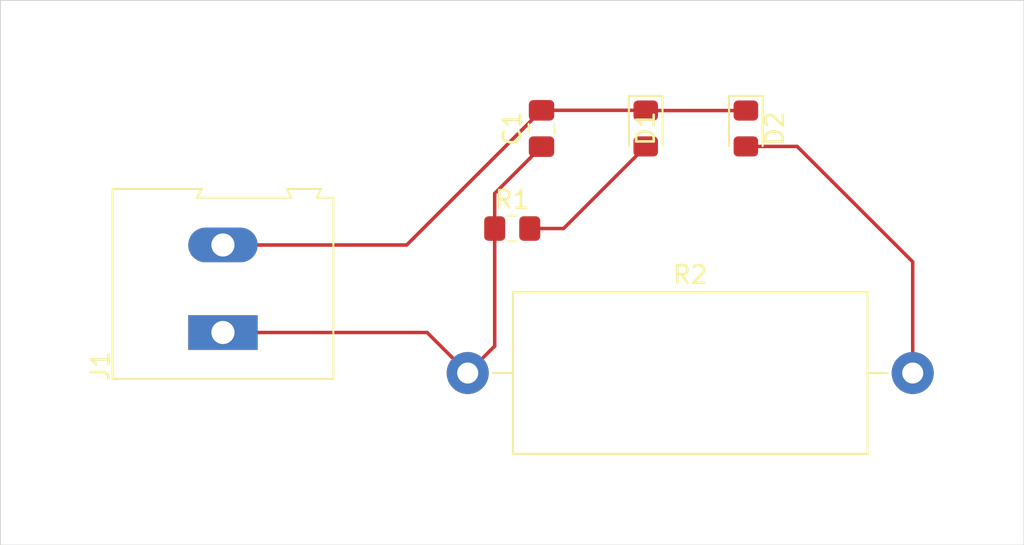
<source format=kicad_pcb>
(kicad_pcb (version 20240108) (generator "pcbnew") (generator_version "8.0")
  (layers (0 "F.Cu" signal) (31 "B.Cu" signal) (34 "B.Paste" user) (35 "F.Paste" user) (36 "B.SilkS" user "B.Silkscreen") (37 "F.SilkS" user "F.Silkscreen") (38 "B.Mask" user) (39 "F.Mask" user) (44 "Edge.Cuts" user))
  (net 0 "")
  (net 1 "GND")
  (net 2 "VCC")
  (net 3 "Net-(D1-A)")
  (net 4 "Net-(D2-A)")
  (footprint "Resistor_THT:R_Axial_DIN0922_L20.0mm_D9.0mm_P25.40mm_Horizontal" (layer "F.Cu") (at 43.815 53.67)
    (property "Reference" "R2" (at 12.7 -5.62 360) (layer "F.SilkS"))
    (property "Value" "220")
    (fp_line (start 1.44 0) (end 2.58 0) (stroke (width 0.12)) (layer "F.SilkS"))
    (fp_line (start 2.58 -4.62) (end 2.58 4.62) (stroke (width 0.12)) (layer "F.SilkS"))
    (fp_line (start 2.58 4.62) (end 22.82 4.62) (stroke (width 0.12)) (layer "F.SilkS"))
    (fp_line (start 22.82 -4.62) (end 2.58 -4.62) (stroke (width 0.12)) (layer "F.SilkS"))
    (fp_line (start 22.82 4.62) (end 22.82 -4.62) (stroke (width 0.12)) (layer "F.SilkS"))
    (fp_line (start 23.96 0) (end 22.82 0) (stroke (width 0.12)) (layer "F.SilkS"))
    (pad "1" thru_hole circle (at 0 0) (size 2.4 2.4) (drill 1.2) (layers "*.Cu" "*.Mask") (net 2 "VCC"))
    (pad "2" thru_hole oval (at 25.4 0) (size 2.4 2.4) (drill 1.2) (layers "*.Cu" "*.Mask") (net 4 "Net-(D2-A)"))
  )
  (footprint "LED_SMD:LED_0805_2012Metric_Pad1.15x1.40mm_HandSolder" (layer "F.Cu") (at 59.69 39.7 -90)
    (property "Reference" "D2" (at 0 -1.65 90) (layer "F.SilkS"))
    (property "Value" "LED Blue")
    (fp_line (start -1.86 0.96) (end 1 0.96) (stroke (width 0.12)) (layer "F.SilkS"))
    (fp_line (start -1.86 -0.96) (end -1.86 0.96) (stroke (width 0.12)) (layer "F.SilkS"))
    (fp_line (start 1 -0.96) (end -1.86 -0.96) (stroke (width 0.12)) (layer "F.SilkS"))
    (pad "1" smd roundrect (at -1.025 0 270) (size 1.15 1.4) (layers "F.Cu" "F.Paste" "F.Mask") (roundrect_rratio 0.217391) (net 1 "GND"))
    (pad "2" smd roundrect (at 1.025 0 270) (size 1.15 1.4) (layers "F.Cu" "F.Paste" "F.Mask") (roundrect_rratio 0.217391) (net 4 "Net-(D2-A)"))
  )
  (footprint "TerminalBlock:TerminalBlock_Altech_AK300-2_P5.00mm" (layer "F.Cu") (at 29.845 51.355 90)
    (property "Reference" "J1" (at -1.92 -6.99 90) (layer "F.SilkS"))
    (property "Value" "Screw_Terminal_01x02")
    (fp_line (start 8.2 -6.3) (end -2.65 -6.3) (stroke (width 0.12)) (layer "F.SilkS"))
    (fp_line (start -2.65 -6.3) (end -2.65 6.3) (stroke (width 0.12)) (layer "F.SilkS"))
    (fp_line (start 7.7 -1.5) (end 8.2 -1.2) (stroke (width 0.12)) (layer "F.SilkS"))
    (fp_line (start 8.2 -1.2) (end 8.2 -6.3) (stroke (width 0.12)) (layer "F.SilkS"))
    (fp_line (start 8.2 3.65) (end 7.7 3.9) (stroke (width 0.12)) (layer "F.SilkS"))
    (fp_line (start 8.2 3.7) (end 8.2 3.65) (stroke (width 0.12)) (layer "F.SilkS"))
    (fp_line (start 7.7 3.9) (end 7.7 -1.5) (stroke (width 0.12)) (layer "F.SilkS"))
    (fp_line (start 7.7 5.35) (end 8.2 5.6) (stroke (width 0.12)) (layer "F.SilkS"))
    (fp_line (start 8.2 5.6) (end 8.2 3.7) (stroke (width 0.12)) (layer "F.SilkS"))
    (fp_line (start 7.7 6.3) (end 7.7 5.35) (stroke (width 0.12)) (layer "F.SilkS"))
    (fp_line (start -2.65 6.3) (end 7.7 6.3) (stroke (width 0.12)) (layer "F.SilkS"))
    (pad "1" thru_hole rect (at 0 0 90) (size 1.98 3.96) (drill 1.32) (layers "*.Cu" "*.Mask") (net 2 "VCC"))
    (pad "2" thru_hole oval (at 5 0 90) (size 1.98 3.96) (drill 1.32) (layers "*.Cu" "*.Mask") (net 1 "GND"))
  )
  (footprint "LED_SMD:LED_0805_2012Metric_Pad1.15x1.40mm_HandSolder" (layer "F.Cu") (at 53.975 39.7 -90)
    (property "Reference" "D1" (at 0 0 90) (layer "F.SilkS"))
    (property "Value" "LED Red")
    (fp_line (start -1.86 0.96) (end 1 0.96) (stroke (width 0.12)) (layer "F.SilkS"))
    (fp_line (start -1.86 -0.96) (end -1.86 0.96) (stroke (width 0.12)) (layer "F.SilkS"))
    (fp_line (start 1 -0.96) (end -1.86 -0.96) (stroke (width 0.12)) (layer "F.SilkS"))
    (pad "1" smd roundrect (at -1.025 0 270) (size 1.15 1.4) (layers "F.Cu" "F.Paste" "F.Mask") (roundrect_rratio 0.217391) (net 1 "GND"))
    (pad "2" smd roundrect (at 1.025 0 270) (size 1.15 1.4) (layers "F.Cu" "F.Paste" "F.Mask") (roundrect_rratio 0.217391) (net 3 "Net-(D1-A)"))
  )
  (footprint "Resistor_SMD:R_0805_2012Metric_Pad1.20x1.40mm_HandSolder" (layer "F.Cu") (at 46.355 45.415)
    (property "Reference" "R1" (at 0 -1.65 360) (layer "F.SilkS"))
    (property "Value" "470")
    (fp_line (start -0.227064 -0.735) (end 0.227064 -0.735) (stroke (width 0.12)) (layer "F.SilkS"))
    (fp_line (start -0.227064 0.735) (end 0.227064 0.735) (stroke (width 0.12)) (layer "F.SilkS"))
    (pad "1" smd roundrect (at -1 0) (size 1.2 1.4) (layers "F.Cu" "F.Paste" "F.Mask") (roundrect_rratio 0.208333) (net 2 "VCC"))
    (pad "2" smd roundrect (at 1 0) (size 1.2 1.4) (layers "F.Cu" "F.Paste" "F.Mask") (roundrect_rratio 0.208333) (net 3 "Net-(D1-A)"))
  )
  (footprint "Capacitor_SMD:C_0805_2012Metric_Pad1.18x1.45mm_HandSolder" (layer "F.Cu") (at 48.0275 39.7 90)
    (property "Reference" "C1" (at 0 -1.68 90) (layer "F.SilkS"))
    (property "Value" "1u" (hide yes))
    (fp_line (start -0.261252 -0.735) (end 0.261252 -0.735) (stroke (width 0.12)) (layer "F.SilkS"))
    (fp_line (start -0.261252 0.735) (end 0.261252 0.735) (stroke (width 0.12)) (layer "F.SilkS"))
    (pad "1" smd roundrect (at -1.0375 0 90) (size 1.175 1.45) (layers "F.Cu" "F.Paste" "F.Mask") (roundrect_rratio 0.212766) (net 2 "VCC"))
    (pad "2" smd roundrect (at 1.0375 0 90) (size 1.175 1.45) (layers "F.Cu" "F.Paste" "F.Mask") (roundrect_rratio 0.212766) (net 1 "GND"))
  )
  (gr_rect (start 17.145 32.385) (end 75.565 63.5) (stroke (width 0.05)) (fill none) (layer "Edge.Cuts"))
  (segment (start 48.0275 38.6625) (end 53.9625 38.6625) (width 0.2) (layer "F.Cu") (net 1))
  (segment (start 29.845 46.355) (end 40.335 46.355) (width 0.2) (layer "F.Cu") (net 1))
  (segment (start 40.335 46.355) (end 48.0275 38.6625) (width 0.2) (layer "F.Cu") (net 1))
  (segment (start 53.975 38.675) (end 59.69 38.675) (width 0.2) (layer "F.Cu") (net 1))
  (segment (start 53.9625 38.6625) (end 53.975 38.675) (width 0.2) (layer "F.Cu") (net 1))
  (segment (start 45.355 45.415) (end 45.355 43.41) (width 0.2) (layer "F.Cu") (net 2))
  (segment (start 41.5 51.355) (end 29.845 51.355) (width 0.2) (layer "F.Cu") (net 2))
  (segment (start 45.355 43.41) (end 48.0275 40.7375) (width 0.2) (layer "F.Cu") (net 2))
  (segment (start 48.26 40.97) (end 48.0275 40.7375) (width 0.2) (layer "F.Cu") (net 2))
  (segment (start 45.355 52.13) (end 43.815 53.67) (width 0.2) (layer "F.Cu") (net 2))
  (segment (start 45.355 45.415) (end 45.355 52.13) (width 0.2) (layer "F.Cu") (net 2))
  (segment (start 43.815 53.67) (end 41.5 51.355) (width 0.2) (layer "F.Cu") (net 2))
  (segment (start 47.355 45.415) (end 49.285 45.415) (width 0.2) (layer "F.Cu") (net 3))
  (segment (start 49.285 45.415) (end 53.975 40.725) (width 0.2) (layer "F.Cu") (net 3))
  (segment (start 59.69 40.725) (end 62.62 40.725) (width 0.2) (layer "F.Cu") (net 4))
  (segment (start 62.62 40.725) (end 69.215 47.32) (width 0.2) (layer "F.Cu") (net 4))
  (segment (start 69.215 47.32) (end 69.215 53.67) (width 0.2) (layer "F.Cu") (net 4))
)
</source>
